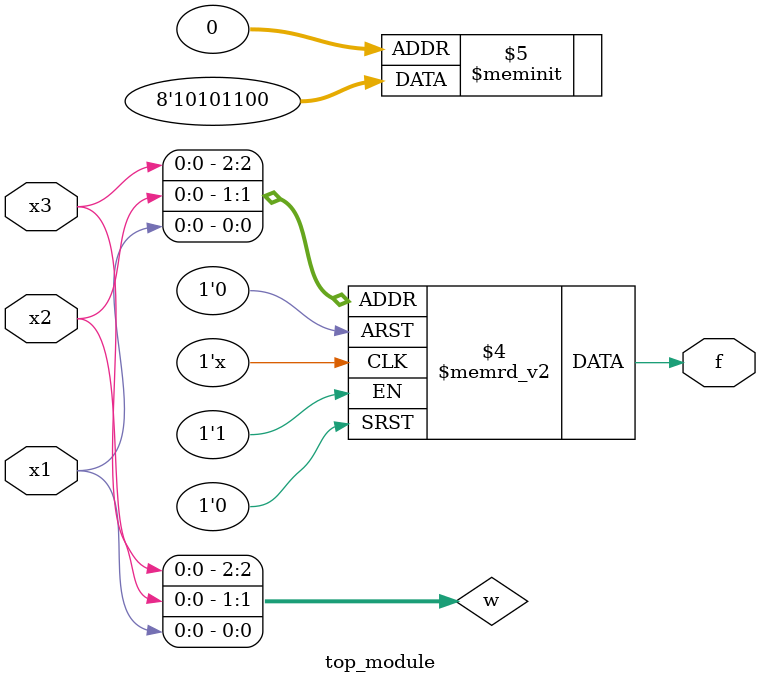
<source format=v>
module top_module( 
    input x3,
    input x2,
    input x1,  // three inputs
    output f   // one output
);

    wire [2:0] w;
    assign w = {x3, x2, x1};
    
    always @(*) begin
        case (w)
            2,3,5,7: f = 1;
            0,1,4,6: f = 0;
            default: f = 0;
        endcase
    end

    // This truth table has four minterms. 
    //assign f = ( ~x3 & x2 & ~x1 ) | 
    //            ( ~x3 & x2 & x1 ) |
    //            ( x3 & ~x2 & x1 ) |
    //            ( x3 & x2 & x1 ) ;
                
    // It can be simplified, by boolean algebra or Karnaugh maps.
    // assign f = (~x3 & x2) | (x3 & x1);
    
    // You may then notice that this is actually a 2-to-1 mux, selected by x3:
    // assign f = x3 ? x1 : x2;
endmodule

</source>
